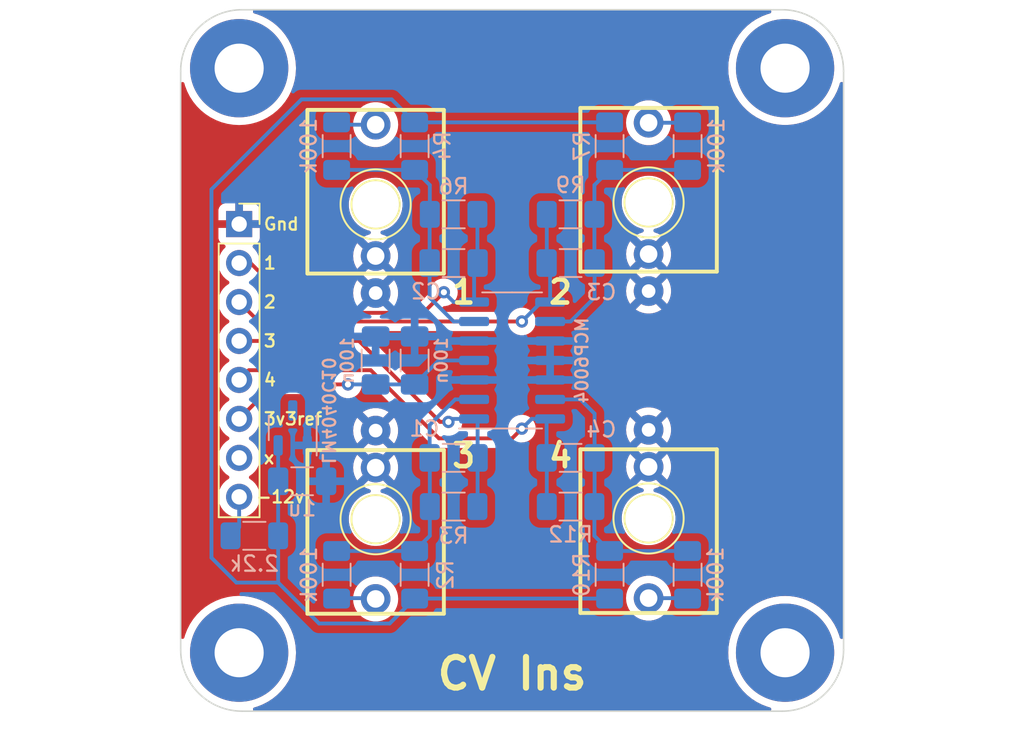
<source format=kicad_pcb>
(kicad_pcb (version 20221018) (generator pcbnew)
  (layers (0 "F.Cu" signal) (31 "B.Cu" signal) (34 "B.Paste" user) (35 "F.Paste" user) (36 "B.SilkS" user "B.Silkscreen") (37 "F.SilkS" user "F.Silkscreen") (38 "B.Mask" user) (39 "F.Mask" user) (44 "Edge.Cuts" user))
  (net 0 "")
  (net 1 "Net-(U1A--)")
  (net 2 "Net-(J1-SIG)")
  (net 3 "AREF_-10")
  (net 4 "GND")
  (net 5 "Net-(U1B--)")
  (net 6 "Net-(U1C--)")
  (net 7 "Net-(U1D--)")
  (net 8 "Net-(J2-SIG)")
  (net 9 "Net-(J3-SIG)")
  (net 10 "Net-(J4-SIG)")
  (net 11 "AREF_3v3")
  (net 12 "CV 1")
  (net 13 "CV 2")
  (net 14 "CV 3")
  (net 15 "CV 4")
  (net 17 "-12v")
  (footprint "MountingHole:MountingHole_3.2mm_M3_Pad_TopBottom" (layer "F.Cu") (at 101.6 33.02)
    (fp_text reference "REF**" hide)
    (fp_text value "MountingHole_3.2mm_M3_Pad_TopBottom")
    (pad "1" thru_hole circle (at 0 0) (size 3.6 3.6) (drill 3.2) (layers "*.Cu" "*.Mask"))
    (pad "1" connect circle (at 0 0) (size 6.4 6.4) (layers "F.Cu" "F.Mask"))
    (pad "1" connect circle (at 0 0) (size 6.4 6.4) (layers "B.Cu" "B.Mask"))
  )
  (footprint "Connector_PinSocket_2.54mm:PinSocket_1x08_P2.54mm_Vertical" (layer "F.Cu") (at 101.6 43.18)
    (fp_text reference "J5" hide)
    (fp_text value "Conn_01x08" hide)
    (fp_line (start -1.33 1.27) (end -1.33 19.11) (stroke (width 0.12)) (layer "F.SilkS"))
    (fp_line (start -1.33 1.27) (end 1.33 1.27) (stroke (width 0.12)) (layer "F.SilkS"))
    (fp_line (start -1.33 19.11) (end 1.33 19.11) (stroke (width 0.12)) (layer "F.SilkS"))
    (fp_line (start 0 -1.33) (end 1.33 -1.33) (stroke (width 0.12)) (layer "F.SilkS"))
    (fp_line (start 1.33 -1.33) (end 1.33 0) (stroke (width 0.12)) (layer "F.SilkS"))
    (fp_line (start 1.33 1.27) (end 1.33 19.11) (stroke (width 0.12)) (layer "F.SilkS"))
    (pad "1" thru_hole rect (at 0 0) (size 1.7 1.7) (drill 1) (layers "*.Cu" "*.Mask") (net 4 "GND"))
    (pad "2" thru_hole oval (at 0 2.54) (size 1.7 1.7) (drill 1) (layers "*.Cu" "*.Mask") (net 12 "CV 1"))
    (pad "3" thru_hole oval (at 0 5.08) (size 1.7 1.7) (drill 1) (layers "*.Cu" "*.Mask") (net 13 "CV 2"))
    (pad "4" thru_hole oval (at 0 7.62) (size 1.7 1.7) (drill 1) (layers "*.Cu" "*.Mask") (net 14 "CV 3"))
    (pad "5" thru_hole oval (at 0 10.16) (size 1.7 1.7) (drill 1) (layers "*.Cu" "*.Mask") (net 15 "CV 4"))
    (pad "6" thru_hole oval (at 0 12.7) (size 1.7 1.7) (drill 1) (layers "*.Cu" "*.Mask") (net 11 "AREF_3v3"))
    (pad "7" thru_hole oval (at 0 15.24) (size 1.7 1.7) (drill 1) (layers "*.Cu" "*.Mask"))
    (pad "8" thru_hole oval (at 0 17.78) (size 1.7 1.7) (drill 1) (layers "*.Cu" "*.Mask") (net 17 "-12v"))
  )
  (footprint "PCM_4ms_Jack:EighthInch_PJ398SM_with_hole" (layer "F.Cu") (at 128.27 41.783 -90)
    (fp_text reference "J3" hide)
    (fp_text value "-5v to 5v in" hide)
    (fp_line (start -6.1722 -4.445) (end -6.1722 4.445) (stroke (width 0.254)) (layer "F.SilkS"))
    (fp_line (start -6.1722 4.445) (end 4.4958 4.445) (stroke (width 0.254)) (layer "F.SilkS"))
    (fp_line (start 4.4958 -4.445) (end -6.1722 -4.445) (stroke (width 0.254)) (layer "F.SilkS"))
    (fp_line (start 4.4958 4.445) (end 4.4958 -4.445) (stroke (width 0.254)) (layer "F.SilkS"))
    (fp_circle (center -0.0127 0) (end 1.5621 0) (stroke (width 0.127)) (fill none) (layer "F.SilkS"))
    (fp_circle (center -0.0127 0) (end 2.2733 0) (stroke (width 0.127)) (fill none) (layer "F.SilkS"))
    (pad "" np_thru_hole circle (at 0 0 270) (size 3 3) (drill 3) (layers "F&B.Cu" "*.Mask"))
    (pad "1" thru_hole circle (at -5.207 0 270) (size 1.9304 1.9304) (drill 1.143) (layers "*.Cu" "*.Mask") (net 9 "Net-(J3-SIG)"))
    (pad "2" thru_hole circle (at 5.7658 0 270) (size 1.9304 1.9304) (drill 0.889) (layers "*.Cu" "*.Mask") (net 4 "GND"))
    (pad "3" thru_hole circle (at 3.3528 0 270) (size 1.9304 1.9304) (drill 1.143) (layers "*.Cu" "*.Mask") (net 4 "GND"))
  )
  (footprint "PCM_4ms_Jack:EighthInch_PJ398SM_with_hole" (layer "F.Cu") (at 110.49 62.4078 90)
    (fp_text reference "J1" hide)
    (fp_text value "-5v to 5v in" hide)
    (fp_line (start -6.1722 -4.445) (end -6.1722 4.445) (stroke (width 0.254)) (layer "F.SilkS"))
    (fp_line (start -6.1722 4.445) (end 4.4958 4.445) (stroke (width 0.254)) (layer "F.SilkS"))
    (fp_line (start 4.4958 -4.445) (end -6.1722 -4.445) (stroke (width 0.254)) (layer "F.SilkS"))
    (fp_line (start 4.4958 4.445) (end 4.4958 -4.445) (stroke (width 0.254)) (layer "F.SilkS"))
    (fp_circle (center -0.0127 0) (end 1.5621 0) (stroke (width 0.127)) (fill none) (layer "F.SilkS"))
    (fp_circle (center -0.0127 0) (end 2.2733 0) (stroke (width 0.127)) (fill none) (layer "F.SilkS"))
    (pad "" np_thru_hole circle (at 0 0 90) (size 3 3) (drill 3) (layers "F&B.Cu" "*.Mask"))
    (pad "1" thru_hole circle (at -5.207 0 90) (size 1.9304 1.9304) (drill 1.143) (layers "*.Cu" "*.Mask") (net 2 "Net-(J1-SIG)"))
    (pad "2" thru_hole circle (at 5.7658 0 90) (size 1.9304 1.9304) (drill 0.889) (layers "*.Cu" "*.Mask") (net 4 "GND"))
    (pad "3" thru_hole circle (at 3.3528 0 90) (size 1.9304 1.9304) (drill 1.143) (layers "*.Cu" "*.Mask") (net 4 "GND"))
  )
  (footprint "MountingHole:MountingHole_3.2mm_M3_Pad_TopBottom" (layer "F.Cu") (at 137.16 33.02)
    (fp_text reference "REF**" hide)
    (fp_text value "MountingHole_3.2mm_M3_Pad_TopBottom")
    (pad "1" thru_hole circle (at 0 0) (size 3.6 3.6) (drill 3.2) (layers "*.Cu" "*.Mask"))
    (pad "1" connect circle (at 0 0) (size 6.4 6.4) (layers "F.Cu" "F.Mask"))
    (pad "1" connect circle (at 0 0) (size 6.4 6.4) (layers "B.Cu" "B.Mask"))
  )
  (footprint "MountingHole:MountingHole_3.2mm_M3_Pad_TopBottom" (layer "F.Cu") (at 101.6 71.12)
    (fp_text reference "REF**" hide)
    (fp_text value "MountingHole_3.2mm_M3_Pad_TopBottom")
    (pad "1" thru_hole circle (at 0 0) (size 3.6 3.6) (drill 3.2) (layers "*.Cu" "*.Mask"))
    (pad "1" connect circle (at 0 0) (size 6.4 6.4) (layers "F.Cu" "F.Mask"))
    (pad "1" connect circle (at 0 0) (size 6.4 6.4) (layers "B.Cu" "B.Mask"))
  )
  (footprint "PCM_4ms_Jack:EighthInch_PJ398SM_with_hole" (layer "F.Cu") (at 128.27 62.357 90)
    (fp_text reference "J4" hide)
    (fp_text value "-5v to 5v in" hide)
    (fp_line (start -6.1722 -4.445) (end -6.1722 4.445) (stroke (width 0.254)) (layer "F.SilkS"))
    (fp_line (start -6.1722 4.445) (end 4.4958 4.445) (stroke (width 0.254)) (layer "F.SilkS"))
    (fp_line (start 4.4958 -4.445) (end -6.1722 -4.445) (stroke (width 0.254)) (layer "F.SilkS"))
    (fp_line (start 4.4958 4.445) (end 4.4958 -4.445) (stroke (width 0.254)) (layer "F.SilkS"))
    (fp_circle (center -0.0127 0) (end 1.5621 0) (stroke (width 0.127)) (fill none) (layer "F.SilkS"))
    (fp_circle (center -0.0127 0) (end 2.2733 0) (stroke (width 0.127)) (fill none) (layer "F.SilkS"))
    (pad "" np_thru_hole circle (at 0 0 90) (size 3 3) (drill 3) (layers "F&B.Cu" "*.Mask"))
    (pad "1" thru_hole circle (at -5.207 0 90) (size 1.9304 1.9304) (drill 1.143) (layers "*.Cu" "*.Mask") (net 10 "Net-(J4-SIG)"))
    (pad "2" thru_hole circle (at 5.7658 0 90) (size 1.9304 1.9304) (drill 0.889) (layers "*.Cu" "*.Mask") (net 4 "GND"))
    (pad "3" thru_hole circle (at 3.3528 0 90) (size 1.9304 1.9304) (drill 1.143) (layers "*.Cu" "*.Mask") (net 4 "GND"))
  )
  (footprint "PCM_4ms_Jack:EighthInch_PJ398SM_with_hole" (layer "F.Cu") (at 110.49 41.91 -90)
    (fp_text reference "J2" hide)
    (fp_text value "-5v to 5v in" hide)
    (fp_line (start -6.1722 -4.445) (end -6.1722 4.445) (stroke (width 0.254)) (layer "F.SilkS"))
    (fp_line (start -6.1722 4.445) (end 4.4958 4.445) (stroke (width 0.254)) (layer "F.SilkS"))
    (fp_line (start 4.4958 -4.445) (end -6.1722 -4.445) (stroke (width 0.254)) (layer "F.SilkS"))
    (fp_line (start 4.4958 4.445) (end 4.4958 -4.445) (stroke (width 0.254)) (layer "F.SilkS"))
    (fp_circle (center -0.0127 0) (end 1.5621 0) (stroke (width 0.127)) (fill none) (layer "F.SilkS"))
    (fp_circle (center -0.0127 0) (end 2.2733 0) (stroke (width 0.127)) (fill none) (layer "F.SilkS"))
    (pad "" np_thru_hole circle (at 0 0 270) (size 3 3) (drill 3) (layers "F&B.Cu" "*.Mask"))
    (pad "1" thru_hole circle (at -5.207 0 270) (size 1.9304 1.9304) (drill 1.143) (layers "*.Cu" "*.Mask") (net 8 "Net-(J2-SIG)"))
    (pad "2" thru_hole circle (at 5.7658 0 270) (size 1.9304 1.9304) (drill 0.889) (layers "*.Cu" "*.Mask") (net 4 "GND"))
    (pad "3" thru_hole circle (at 3.3528 0 270) (size 1.9304 1.9304) (drill 1.143) (layers "*.Cu" "*.Mask") (net 4 "GND"))
  )
  (footprint "MountingHole:MountingHole_3.2mm_M3_Pad_TopBottom" (layer "F.Cu") (at 137.16 71.12)
    (fp_text reference "REF**" hide)
    (fp_text value "MountingHole_3.2mm_M3_Pad_TopBottom")
    (pad "1" thru_hole circle (at 0 0) (size 3.6 3.6) (drill 3.2) (layers "*.Cu" "*.Mask"))
    (pad "1" connect circle (at 0 0) (size 6.4 6.4) (layers "F.Cu" "F.Mask"))
    (pad "1" connect circle (at 0 0) (size 6.4 6.4) (layers "B.Cu" "B.Mask"))
  )
  (footprint "Resistor_SMD:R_1206_3216Metric_Pad1.30x1.75mm_HandSolder" (layer "B.Cu") (at 130.81 66.04 -90)
    (fp_text reference "R11" hide)
    (fp_text value "100k" (at 0 -1.82 90) (layer "B.SilkS") (effects (justify mirror)))
    (fp_line (start -0.727064 -0.91) (end 0.727064 -0.91) (stroke (width 0.12)) (layer "B.SilkS"))
    (fp_line (start -0.727064 0.91) (end 0.727064 0.91) (stroke (width 0.12)) (layer "B.SilkS"))
    (pad "1" smd roundrect (at -1.55 0 270) (size 1.3 1.75) (layers "B.Cu" "B.Paste" "B.Mask") (roundrect_rratio 0.1923076923) (net 7 "Net-(U1D--)"))
    (pad "2" smd roundrect (at 1.55 0 270) (size 1.3 1.75) (layers "B.Cu" "B.Paste" "B.Mask") (roundrect_rratio 0.1923076923) (net 10 "Net-(J4-SIG)"))
  )
  (footprint "Capacitor_SMD:C_1206_3216Metric_Pad1.33x1.80mm_HandSolder" (layer "B.Cu") (at 105.7025 59.944)
    (fp_text reference "C7" hide)
    (fp_text value "1u" (at -0.003591 1.768656) (layer "B.SilkS") (effects (justify mirror)))
    (fp_line (start -0.711252 -0.91) (end 0.711252 -0.91) (stroke (width 0.12)) (layer "B.SilkS"))
    (fp_line (start -0.711252 0.91) (end 0.711252 0.91) (stroke (width 0.12)) (layer "B.SilkS"))
    (pad "1" smd roundrect (at -1.5625 0) (size 1.325 1.8) (layers "B.Cu" "B.Paste" "B.Mask") (roundrect_rratio 0.1886792453) (net 3 "AREF_-10"))
    (pad "2" smd roundrect (at 1.5625 0) (size 1.325 1.8) (layers "B.Cu" "B.Paste" "B.Mask") (roundrect_rratio 0.1886792453) (net 4 "GND"))
  )
  (footprint "Resistor_SMD:R_1206_3216Metric_Pad1.30x1.75mm_HandSolder" (layer "B.Cu") (at 102.59 63.5 180)
    (fp_text reference "R13" hide)
    (fp_text value "2.2k" (at 0 -1.82) (layer "B.SilkS") (effects (justify mirror)))
    (fp_line (start -0.727064 -0.91) (end 0.727064 -0.91) (stroke (width 0.12)) (layer "B.SilkS"))
    (fp_line (start -0.727064 0.91) (end 0.727064 0.91) (stroke (width 0.12)) (layer "B.SilkS"))
    (pad "1" smd roundrect (at -1.55 0 180) (size 1.3 1.75) (layers "B.Cu" "B.Paste" "B.Mask") (roundrect_rratio 0.1923076923) (net 3 "AREF_-10"))
    (pad "2" smd roundrect (at 1.55 0 180) (size 1.3 1.75) (layers "B.Cu" "B.Paste" "B.Mask") (roundrect_rratio 0.1923076923) (net 17 "-12v"))
  )
  (footprint "Resistor_SMD:R_1206_3216Metric_Pad1.30x1.75mm_HandSolder" (layer "B.Cu") (at 123.19 42.545)
    (fp_text reference "R9" (at 0 -1.905) (layer "B.SilkS") (effects (justify mirror)))
    (fp_text value "33k")
    (fp_line (start -0.727064 -0.91) (end 0.727064 -0.91) (stroke (width 0.12)) (layer "B.SilkS"))
    (fp_line (start -0.727064 0.91) (end 0.727064 0.91) (stroke (width 0.12)) (layer "B.SilkS"))
    (pad "1" smd roundrect (at -1.55 0) (size 1.3 1.75) (layers "B.Cu" "B.Paste" "B.Mask") (roundrect_rratio 0.1923076923) (net 13 "CV 2"))
    (pad "2" smd roundrect (at 1.55 0) (size 1.3 1.75) (layers "B.Cu" "B.Paste" "B.Mask") (roundrect_rratio 0.1923076923) (net 6 "Net-(U1C--)"))
  )
  (footprint "Capacitor_SMD:C_1206_3216Metric_Pad1.33x1.80mm_HandSolder" (layer "B.Cu") (at 115.57 58.42)
    (fp_text reference "C1" (at -1.905 -1.905) (layer "B.SilkS") (effects (justify mirror)))
    (fp_text value "1n")
    (fp_line (start -0.711252 -0.91) (end 0.711252 -0.91) (stroke (width 0.12)) (layer "B.SilkS"))
    (fp_line (start -0.711252 0.91) (end 0.711252 0.91) (stroke (width 0.12)) (layer "B.SilkS"))
    (pad "1" smd roundrect (at -1.5625 0) (size 1.325 1.8) (layers "B.Cu" "B.Paste" "B.Mask") (roundrect_rratio 0.1886792453) (net 1 "Net-(U1A--)"))
    (pad "2" smd roundrect (at 1.5625 0) (size 1.325 1.8) (layers "B.Cu" "B.Paste" "B.Mask") (roundrect_rratio 0.1886792453) (net 14 "CV 3"))
  )
  (footprint "Resistor_SMD:R_1206_3216Metric_Pad1.30x1.75mm_HandSolder" (layer "B.Cu") (at 113.03 66.04 -90)
    (fp_text reference "R2" (at 0 -2.0075 -270) (layer "B.SilkS") (effects (justify mirror)))
    (fp_text value "200k")
    (fp_line (start -0.727064 -0.91) (end 0.727064 -0.91) (stroke (width 0.12)) (layer "B.SilkS"))
    (fp_line (start -0.727064 0.91) (end 0.727064 0.91) (stroke (width 0.12)) (layer "B.SilkS"))
    (pad "1" smd roundrect (at -1.55 0 270) (size 1.3 1.75) (layers "B.Cu" "B.Paste" "B.Mask") (roundrect_rratio 0.1923076923) (net 1 "Net-(U1A--)"))
    (pad "2" smd roundrect (at 1.55 0 270) (size 1.3 1.75) (layers "B.Cu" "B.Paste" "B.Mask") (roundrect_rratio 0.1923076923) (net 3 "AREF_-10"))
  )
  (footprint "Package_SO:SOIC-14_3.9x8.7mm_P1.27mm" (layer "B.Cu") (at 119.38 52.07)
    (fp_text reference "U1" hide)
    (fp_text value "MCP6004" (at 4.5475 0 270) (layer "B.SilkS") (effects (font (size 0.8 0.8)) (justify mirror)))
    (fp_line (start 0 -4.435) (end -1.95 -4.435) (stroke (width 0.12)) (layer "B.SilkS"))
    (fp_line (start 0 -4.435) (end 1.95 -4.435) (stroke (width 0.12)) (layer "B.SilkS"))
    (fp_line (start 0 4.435) (end -3.45 4.435) (stroke (width 0.12)) (layer "B.SilkS"))
    (fp_line (start 0 4.435) (end 1.95 4.435) (stroke (width 0.12)) (layer "B.SilkS"))
    (pad "1" smd roundrect (at -2.475 3.81) (size 1.95 0.6) (layers "B.Cu" "B.Paste" "B.Mask") (net 14 "CV 3"))
    (pad "2" smd roundrect (at -2.475 2.54) (size 1.95 0.6) (layers "B.Cu" "B.Paste" "B.Mask") (net 1 "Net-(U1A--)"))
    (pad "3" smd roundrect (at -2.475 1.27) (size 1.95 0.6) (layers "B.Cu" "B.Paste" "B.Mask") (net 4 "GND"))
    (pad "4" smd roundrect (at -2.475 0) (size 1.95 0.6) (layers "B.Cu" "B.Paste" "B.Mask") (net 11 "AREF_3v3"))
    (pad "5" smd roundrect (at -2.475 -1.27) (size 1.95 0.6) (layers "B.Cu" "B.Paste" "B.Mask") (net 4 "GND"))
    (pad "6" smd roundrect (at -2.475 -2.54) (size 1.95 0.6) (layers "B.Cu" "B.Paste" "B.Mask") (net 5 "Net-(U1B--)"))
    (pad "7" smd roundrect (at -2.475 -3.81) (size 1.95 0.6) (layers "B.Cu" "B.Paste" "B.Mask") (net 12 "CV 1"))
    (pad "8" smd roundrect (at 2.475 -3.81) (size 1.95 0.6) (layers "B.Cu" "B.Paste" "B.Mask") (net 13 "CV 2"))
    (pad "9" smd roundrect (at 2.475 -2.54) (size 1.95 0.6) (layers "B.Cu" "B.Paste" "B.Mask") (net 6 "Net-(U1C--)"))
    (pad "10" smd roundrect (at 2.475 -1.27) (size 1.95 0.6) (layers "B.Cu" "B.Paste" "B.Mask") (net 4 "GND"))
    (pad "11" smd roundrect (at 2.475 0) (size 1.95 0.6) (layers "B.Cu" "B.Paste" "B.Mask") (net 4 "GND"))
    (pad "12" smd roundrect (at 2.475 1.27) (size 1.95 0.6) (layers "B.Cu" "B.Paste" "B.Mask") (net 4 "GND"))
    (pad "13" smd roundrect (at 2.475 2.54) (size 1.95 0.6) (layers "B.Cu" "B.Paste" "B.Mask") (net 7 "Net-(U1D--)"))
    (pad "14" smd roundrect (at 2.475 3.81) (size 1.95 0.6) (layers "B.Cu" "B.Paste" "B.Mask") (net 15 "CV 4"))
  )
  (footprint "Resistor_SMD:R_1206_3216Metric_Pad1.30x1.75mm_HandSolder" (layer "B.Cu") (at 107.95 38.1 90)
    (fp_text reference "R5" hide)
    (fp_text value "100k" (at 0 -1.82 90) (layer "B.SilkS") (effects (justify mirror)))
    (fp_line (start -0.727064 -0.91) (end 0.727064 -0.91) (stroke (width 0.12)) (layer "B.SilkS"))
    (fp_line (start -0.727064 0.91) (end 0.727064 0.91) (stroke (width 0.12)) (layer "B.SilkS"))
    (pad "1" smd roundrect (at -1.55 0 90) (size 1.3 1.75) (layers "B.Cu" "B.Paste" "B.Mask") (roundrect_rratio 0.1923076923) (net 5 "Net-(U1B--)"))
    (pad "2" smd roundrect (at 1.55 0 90) (size 1.3 1.75) (layers "B.Cu" "B.Paste" "B.Mask") (roundrect_rratio 0.1923076923) (net 8 "Net-(J2-SIG)"))
  )
  (footprint "Capacitor_SMD:C_1206_3216Metric_Pad1.33x1.80mm_HandSolder" (layer "B.Cu") (at 115.57 45.72)
    (fp_text reference "C2" (at -1.8025 1.85) (layer "B.SilkS") (effects (justify mirror)))
    (fp_text value "1n")
    (fp_line (start -0.711252 -0.91) (end 0.711252 -0.91) (stroke (width 0.12)) (layer "B.SilkS"))
    (fp_line (start -0.711252 0.91) (end 0.711252 0.91) (stroke (width 0.12)) (layer "B.SilkS"))
    (pad "1" smd roundrect (at -1.5625 0) (size 1.325 1.8) (layers "B.Cu" "B.Paste" "B.Mask") (roundrect_rratio 0.1886792453) (net 5 "Net-(U1B--)"))
    (pad "2" smd roundrect (at 1.5625 0) (size 1.325 1.8) (layers "B.Cu" "B.Paste" "B.Mask") (roundrect_rratio 0.1886792453) (net 12 "CV 1"))
  )
  (footprint "Capacitor_SMD:C_1206_3216Metric_Pad1.33x1.80mm_HandSolder" (layer "B.Cu") (at 110.49 52.07 90)
    (fp_text reference "C6" hide)
    (fp_text value "100n" (at 0 -1.85 90) (layer "B.SilkS") (effects (font (size 0.8 0.8)) (justify mirror)))
    (fp_line (start -0.711252 -0.91) (end 0.711252 -0.91) (stroke (width 0.12)) (layer "B.SilkS"))
    (fp_line (start -0.711252 0.91) (end 0.711252 0.91) (stroke (width 0.12)) (layer "B.SilkS"))
    (pad "1" smd roundrect (at -1.5625 0 90) (size 1.325 1.8) (layers "B.Cu" "B.Paste" "B.Mask") (roundrect_rratio 0.1886792453) (net 11 "AREF_3v3"))
    (pad "2" smd roundrect (at 1.5625 0 90) (size 1.325 1.8) (layers "B.Cu" "B.Paste" "B.Mask") (roundrect_rratio 0.1886792453) (net 4 "GND"))
  )
  (footprint "Resistor_SMD:R_1206_3216Metric_Pad1.30x1.75mm_HandSolder" (layer "B.Cu") (at 125.73 38.1 90)
    (fp_text reference "R7" (at 0 -1.8025 90) (layer "B.SilkS") (effects (justify mirror)))
    (fp_text value "200k")
    (fp_line (start -0.727064 -0.91) (end 0.727064 -0.91) (stroke (width 0.12)) (layer "B.SilkS"))
    (fp_line (start -0.727064 0.91) (end 0.727064 0.91) (stroke (width 0.12)) (layer "B.SilkS"))
    (pad "1" smd roundrect (at -1.55 0 90) (size 1.3 1.75) (layers "B.Cu" "B.Paste" "B.Mask") (roundrect_rratio 0.1923076923) (net 6 "Net-(U1C--)"))
    (pad "2" smd roundrect (at 1.55 0 90) (size 1.3 1.75) (layers "B.Cu" "B.Paste" "B.Mask") (roundrect_rratio 0.1923076923) (net 3 "AREF_-10"))
  )
  (footprint "Capacitor_SMD:C_1206_3216Metric_Pad1.33x1.80mm_HandSolder" (layer "B.Cu") (at 123.19 58.42 180)
    (fp_text reference "C4" (at -2.0075 1.85) (layer "B.SilkS") (effects (justify mirror)))
    (fp_text value "1n")
    (fp_line (start -0.711252 -0.91) (end 0.711252 -0.91) (stroke (width 0.12)) (layer "B.SilkS"))
    (fp_line (start -0.711252 0.91) (end 0.711252 0.91) (stroke (width 0.12)) (layer "B.SilkS"))
    (pad "1" smd roundrect (at -1.5625 0 180) (size 1.325 1.8) (layers "B.Cu" "B.Paste" "B.Mask") (roundrect_rratio 0.1886792453) (net 7 "Net-(U1D--)"))
    (pad "2" smd roundrect (at 1.5625 0 180) (size 1.325 1.8) (layers "B.Cu" "B.Paste" "B.Mask") (roundrect_rratio 0.1886792453) (net 15 "CV 4"))
  )
  (footprint "Capacitor_SMD:C_1206_3216Metric_Pad1.33x1.80mm_HandSolder" (layer "B.Cu") (at 123.19 45.72 180)
    (fp_text reference "C3" (at -2.0075 -1.905) (layer "B.SilkS") (effects (justify mirror)))
    (fp_text value "1n")
    (fp_line (start -0.711252 -0.91) (end 0.711252 -0.91) (stroke (width 0.12)) (layer "B.SilkS"))
    (fp_line (start -0.711252 0.91) (end 0.711252 0.91) (stroke (width 0.12)) (layer "B.SilkS"))
    (pad "1" smd roundrect (at -1.5625 0 180) (size 1.325 1.8) (layers "B.Cu" "B.Paste" "B.Mask") (roundrect_rratio 0.1886792453) (net 6 "Net-(U1C--)"))
    (pad "2" smd roundrect (at 1.5625 0 180) (size 1.325 1.8) (layers "B.Cu" "B.Paste" "B.Mask") (roundrect_rratio 0.1886792453) (net 13 "CV 2"))
  )
  (footprint "Resistor_SMD:R_1206_3216Metric_Pad1.30x1.75mm_HandSolder" (layer "B.Cu") (at 123.19 61.595)
    (fp_text reference "R12" (at 0 1.82) (layer "B.SilkS") (effects (justify mirror)))
    (fp_text value "33k")
    (fp_line (start -0.727064 -0.91) (end 0.727064 -0.91) (stroke (width 0.12)) (layer "B.SilkS"))
    (fp_line (start -0.727064 0.91) (end 0.727064 0.91) (stroke (width 0.12)) (layer "B.SilkS"))
    (pad "1" smd roundrect (at -1.55 0) (size 1.3 1.75) (layers "B.Cu" "B.Paste" "B.Mask") (roundrect_rratio 0.1923076923) (net 15 "CV 4"))
    (pad "2" smd roundrect (at 1.55 0) (size 1.3 1.75) (layers "B.Cu" "B.Paste" "B.Mask") (roundrect_rratio 0.1923076923) (net 7 "Net-(U1D--)"))
  )
  (footprint "Resistor_SMD:R_1206_3216Metric_Pad1.30x1.75mm_HandSolder" (layer "B.Cu") (at 107.95 66.04 -90)
    (fp_text reference "R1" hide)
    (fp_text value "100k" (at 0 1.8025 90) (layer "B.SilkS") (effects (justify mirror)))
    (fp_line (start -0.727064 -0.91) (end 0.727064 -0.91) (stroke (width 0.12)) (layer "B.SilkS"))
    (fp_line (start -0.727064 0.91) (end 0.727064 0.91) (stroke (width 0.12)) (layer "B.SilkS"))
    (pad "1" smd roundrect (at -1.55 0 270) (size 1.3 1.75) (layers "B.Cu" "B.Paste" "B.Mask") (roundrect_rratio 0.1923076923) (net 1 "Net-(U1A--)"))
    (pad "2" smd roundrect (at 1.55 0 270) (size 1.3 1.75) (layers "B.Cu" "B.Paste" "B.Mask") (roundrect_rratio 0.1923076923) (net 2 "Net-(J1-SIG)"))
  )
  (footprint "Resistor_SMD:R_1206_3216Metric_Pad1.30x1.75mm_HandSolder" (layer "B.Cu") (at 130.81 38.1 90)
    (fp_text reference "R8" hide)
    (fp_text value "100k" (at 0 1.879 90) (layer "B.SilkS") (effects (justify mirror)))
    (fp_line (start -0.727064 -0.91) (end 0.727064 -0.91) (stroke (width 0.12)) (layer "B.SilkS"))
    (fp_line (start -0.727064 0.91) (end 0.727064 0.91) (stroke (width 0.12)) (layer "B.SilkS"))
    (pad "1" smd roundrect (at -1.55 0 90) (size 1.3 1.75) (layers "B.Cu" "B.Paste" "B.Mask") (roundrect_rratio 0.1923076923) (net 6 "Net-(U1C--)"))
    (pad "2" smd roundrect (at 1.55 0 90) (size 1.3 1.75) (layers "B.Cu" "B.Paste" "B.Mask") (roundrect_rratio 0.1923076923) (net 9 "Net-(J3-SIG)"))
  )
  (footprint "Package_TO_SOT_SMD:SOT-23-3" (layer "B.Cu") (at 105.09 56.4665 90)
    (fp_text reference "U2" hide)
    (fp_text value "LM4040C10IDBZR" hide)
    (fp_line (start 0 -1.56) (end -0.8 -1.56) (stroke (width 0.12)) (layer "B.SilkS"))
    (fp_line (start 0 -1.56) (end 0.8 -1.56) (stroke (width 0.12)) (layer "B.SilkS"))
    (fp_line (start 0 1.56) (end -1.8 1.56) (stroke (width 0.12)) (layer "B.SilkS"))
    (fp_line (start 0 1.56) (end 0.8 1.56) (stroke (width 0.12)) (layer "B.SilkS"))
    (pad "1" smd roundrect (at -1.1375 0.95 90) (size 1.325 0.6) (layers "B.Cu" "B.Paste" "B.Mask") (net 4 "GND"))
    (pad "2" smd roundrect (at -1.1375 -0.95 90) (size 1.325 0.6) (layers "B.Cu" "B.Paste" "B.Mask") (net 3 "AREF_-10"))
    (pad "3" smd roundrect (at 1.1375 0 90) (size 1.325 0.6) (layers "B.Cu" "B.Paste" "B.Mask"))
  )
  (footprint "Resistor_SMD:R_1206_3216Metric_Pad1.30x1.75mm_HandSolder" (layer "B.Cu") (at 113.03 38.1 90)
    (fp_text reference "R4" (at 0 1.82 90) (layer "B.SilkS") (effects (justify mirror)))
    (fp_text value "200k")
    (fp_line (start -0.727064 -0.91) (end 0.727064 -0.91) (stroke (width 0.12)) (layer "B.SilkS"))
    (fp_line (start -0.727064 0.91) (end 0.727064 0.91) (stroke (width 0.12)) (layer "B.SilkS"))
    (pad "1" smd roundrect (at -1.55 0 90) (size 1.3 1.75) (layers "B.Cu" "B.Paste" "B.Mask") (roundrect_rratio 0.1923076923) (net 5 "Net-(U1B--)"))
    (pad "2" smd roundrect (at 1.55 0 90) (size 1.3 1.75) (layers "B.Cu" "B.Paste" "B.Mask") (roundrect_rratio 0.1923076923) (net 3 "AREF_-10"))
  )
  (footprint "Resistor_SMD:R_1206_3216Metric_Pad1.30x1.75mm_HandSolder" (layer "B.Cu") (at 125.73 66.04 -90)
    (fp_text reference "R10" (at 0 1.82 -270) (layer "B.SilkS") (effects (justify mirror)))
    (fp_text value "200k")
    (fp_line (start -0.727064 -0.91) (end 0.727064 -0.91) (stroke (width 0.12)) (layer "B.SilkS"))
    (fp_line (start -0.727064 0.91) (end 0.727064 0.91) (stroke (width 0.12)) (layer "B.SilkS"))
    (pad "1" smd roundrect (at -1.55 0 270) (size 1.3 1.75) (layers "B.Cu" "B.Paste" "B.Mask") (roundrect_rratio 0.1923076923) (net 7 "Net-(U1D--)"))
    (pad "2" smd roundrect (at 1.55 0 270) (size 1.3 1.75) (layers "B.Cu" "B.Paste" "B.Mask") (roundrect_rratio 0.1923076923) (net 3 "AREF_-10"))
  )
  (footprint "Capacitor_SMD:C_1206_3216Metric_Pad1.33x1.80mm_HandSolder" (layer "B.Cu") (at 113.03 52.07 90)
    (fp_text reference "C5" hide)
    (fp_text value "100n" (at -0.007458 1.736181 90) (layer "B.SilkS") (effects (font (size 0.8 0.8)) (justify mirror)))
    (fp_line (start -0.711252 -0.91) (end 0.711252 -0.91) (stroke (width 0.12)) (layer "B.SilkS"))
    (fp_line (start -0.711252 0.91) (end 0.711252 0.91) (stroke (width 0.12)) (layer "B.SilkS"))
    (pad "1" smd roundrect (at -1.5625 0 90) (size 1.325 1.8) (layers "B.Cu" "B.Paste" "B.Mask") (roundrect_rratio 0.1886792453) (net 11 "AREF_3v3"))
    (pad "2" smd roundrect (at 1.5625 0 90) (size 1.325 1.8) (layers "B.Cu" "B.Paste" "B.Mask") (roundrect_rratio 0.1886792453) (net 4 "GND"))
  )
  (footprint "Resistor_SMD:R_1206_3216Metric_Pad1.30x1.75mm_HandSolder" (layer "B.Cu") (at 115.57 42.545 180)
    (fp_text reference "R6" (at 0 1.82) (layer "B.SilkS") (effects (justify mirror)))
    (fp_text value "33k")
    (fp_line (start -0.727064 -0.91) (end 0.727064 -0.91) (stroke (width 0.12)) (layer "B.SilkS"))
    (fp_line (start -0.727064 0.91) (end 0.727064 0.91) (stroke (width 0.12)) (layer "B.SilkS"))
    (pad "1" smd roundrect (at -1.55 0 180) (size 1.3 1.75) (layers "B.Cu" "B.Paste" "B.Mask") (roundrect_rratio 0.1923076923) (net 12 "CV 1"))
    (pad "2" smd roundrect (at 1.55 0 180) (size 1.3 1.75) (layers "B.Cu" "B.Paste" "B.Mask") (roundrect_rratio 0.1923076923) (net 5 "Net-(U1B--)"))
  )
  (footprint "Resistor_SMD:R_1206_3216Metric_Pad1.30x1.75mm_HandSolder" (layer "B.Cu") (at 115.57 61.595 180)
    (fp_text reference "R3" (at 0 -1.905) (layer "B.SilkS") (effects (justify mirror)))
    (fp_text value "33k")
    (fp_line (start -0.727064 -0.91) (end 0.727064 -0.91) (stroke (width 0.12)) (layer "B.SilkS"))
    (fp_line (start -0.727064 0.91) (end 0.727064 0.91) (stroke (width 0.12)) (layer "B.SilkS"))
    (pad "1" smd roundrect (at -1.55 0 180) (size 1.3 1.75) (layers "B.Cu" "B.Paste" "B.Mask") (roundrect_rratio 0.1923076923) (net 14 "CV 3"))
    (pad "2" smd roundrect (at 1.55 0 180) (size 1.3 1.75) (layers "B.Cu" "B.Paste" "B.Mask") (roundrect_rratio 0.1923076923) (net 1 "Net-(U1A--)"))
  )
  (gr_line (start 101.79 29.21) (end 136.97 29.21) (stroke (width 0.1)) (layer "Edge.Cuts"))
  (gr_line (start 140.97 33.21) (end 140.97 70.93) (stroke (width 0.1)) (layer "Edge.Cuts"))
  (gr_arc (start 97.79 33.21) (mid 98.961573 30.381573) (end 101.79 29.21) (stroke (width 0.1)) (layer "Edge.Cuts"))
  (gr_arc (start 140.97 70.93) (mid 139.798427 73.758427) (end 136.97 74.93) (stroke (width 0.1)) (layer "Edge.Cuts"))
  (gr_line (start 136.97 74.93) (end 101.79 74.93) (stroke (width 0.1)) (layer "Edge.Cuts"))
  (gr_line (start 97.79 70.93) (end 97.79 33.21) (stroke (width 0.1)) (layer "Edge.Cuts"))
  (gr_arc (start 101.79 74.93) (mid 98.961573 73.758427) (end 97.79 70.93) (stroke (width 0.1)) (layer "Edge.Cuts"))
  (gr_arc (start 136.97 29.21) (mid 139.798427 30.381573) (end 140.97 33.21) (stroke (width 0.1)) (layer "Edge.Cuts"))
  (gr_text "LM4040C10" (at 107.413704 55.339151 -90) (layer "B.SilkS") (effects (font (size 0.8 0.8)) (justify mirror)))
  (gr_text "Gnd" (at 103.124 43.18) (layer "F.SilkS") (effects (font (size 0.8 0.8)) (justify left)))
  (gr_text "CV Ins" (at 119.38 73.66) (layer "F.SilkS") (effects (font (size 2 2) (thickness 0.4) bold) (justify bottom)))
  (gr_text "-12v" (at 102.616 60.96) (layer "F.SilkS") (effects (font (size 0.8 0.8)) (justify left)))
  (gr_text "4" (at 103.124 53.34) (layer "F.SilkS") (effects (font (size 0.8 0.8)) (justify left)))
  (gr_text "x" (at 103.124 58.42) (layer "F.SilkS") (effects (font (size 0.8 0.8)) (justify left)))
  (gr_text "2" (at 123.444 46.736) (layer "F.SilkS") (effects (font (size 1.5 1.5) (thickness 0.3)) (justify right top)))
  (gr_text "4" (at 123.444 57.404) (layer "F.SilkS") (effects (font (size 1.5 1.5) (thickness 0.3)) (justify right top)))
  (gr_text "3v3ref" (at 103.124 55.88) (layer "F.SilkS") (effects (font (size 0.8 0.8)) (justify left)))
  (gr_text "2" (at 103.124 48.26) (layer "F.SilkS") (effects (font (size 0.8 0.8)) (justify left)))
  (gr_text "1" (at 115.316 46.736) (layer "F.SilkS") (effects (font (size 1.5 1.5) (thickness 0.3)) (justify left top)))
  (gr_text "3" (at 103.124 50.8) (layer "F.SilkS") (effects (font (size 0.8 0.8)) (justify left)))
  (gr_text "3" (at 115.316 57.404) (layer "F.SilkS") (effects (font (size 1.5 1.5) (thickness 0.3)) (justify left top)))
  (gr_text "1" (at 103.124 45.72) (layer "F.SilkS") (effects (font (size 0.8 0.8)) (justify left)))
  (segment (start 114.0075 56.275) (end 115.6725 54.61) (width 0.25) (layer "B.Cu") (net 1))
  (segment (start 114.02 61.595) (end 114.02 58.4325) (width 0.25) (layer "B.Cu") (net 1))
  (segment (start 115.6725 54.61) (end 116.905 54.61) (width 0.25) (layer "B.Cu") (net 1))
  (segment (start 107.95 64.49) (end 113.03 64.49) (width 0.25) (layer "B.Cu") (net 1))
  (segment (start 113.03 64.49) (end 114.02 63.5) (width 0.25) (layer "B.Cu") (net 1))
  (segment (start 114.02 58.4325) (end 114.0075 58.42) (width 0.25) (layer "B.Cu") (net 1))
  (segment (start 114.02 63.5) (end 114.02 61.595) (width 0.25) (layer "B.Cu") (net 1))
  (segment (start 114.0075 58.42) (end 114.0075 56.275) (width 0.25) (layer "B.Cu") (net 1))
  (segment (start 107.976 67.564) (end 110.49 67.564) (width 0.25) (layer "B.Cu") (net 2))
  (segment (start 107.95 67.59) (end 107.976 67.564) (width 0.25) (layer "B.Cu") (net 2))
  (segment (start 111.532 35.052) (end 113.03 36.55) (width 0.25) (layer "B.Cu") (net 3))
  (segment (start 106.807 69.215) (end 104.648 67.056) (width 0.25) (layer "B.Cu") (net 3))
  (segment (start 113.03 67.59) (end 111.405 69.215) (width 0.25) (layer "B.Cu") (net 3))
  (segment (start 99.7975 40.9185) (end 105.664 35.052) (width 0.25) (layer "B.Cu") (net 3))
  (segment (start 111.405 69.215) (end 106.807 69.215) (width 0.25) (layer "B.Cu") (net 3))
  (segment (start 104.14 66.548) (end 101.416914 66.548) (width 0.25) (layer "B.Cu") (net 3))
  (segment (start 104.14 66.548) (end 104.648 67.056) (width 0.25) (layer "B.Cu") (net 3))
  (segment (start 105.664 35.052) (end 111.532 35.052) (width 0.25) (layer "B.Cu") (net 3))
  (segment (start 101.416914 66.548) (end 99.7975 64.928586) (width 0.25) (layer "B.Cu") (net 3))
  (segment (start 113.03 36.55) (end 125.73 36.55) (width 0.25) (layer "B.Cu") (net 3))
  (segment (start 99.7975 64.928586) (end 99.7975 40.9185) (width 0.25) (layer "B.Cu") (net 3))
  (segment (start 104.14 57.604) (end 104.14 66.548) (width 0.25) (layer "B.Cu") (net 3))
  (segment (start 113.03 67.59) (end 125.73 67.59) (width 0.25) (layer "B.Cu") (net 3))
  (segment (start 115.57 49.53) (end 114.0075 47.9675) (width 0.25) (layer "B.Cu") (net 5))
  (segment (start 114.02 40.64) (end 113.03 39.65) (width 0.25) (layer "B.Cu") (net 5))
  (segment (start 113.03 39.65) (end 107.95 39.65) (width 0.25) (layer "B.Cu") (net 5))
  (segment (start 116.905 49.53) (end 115.57 49.53) (width 0.25) (layer "B.Cu") (net 5))
  (segment (start 114.0075 47.9675) (end 114.0075 45.72) (width 0.25) (layer "B.Cu") (net 5))
  (segment (start 114.0075 42.5575) (end 114.0075 45.72) (width 0.25) (layer "B.Cu") (net 5))
  (segment (start 114.02 42.545) (end 114.0075 42.5575) (width 0.25) (layer "B.Cu") (net 5))
  (segment (start 114.02 42.545) (end 114.02 40.64) (width 0.25) (layer "B.Cu") (net 5))
  (segment (start 124.7525 45.72) (end 124.7525 47.9675) (width 0.25) (layer "B.Cu") (net 6))
  (segment (start 124.74 40.64) (end 124.74 42.545) (width 0.25) (layer "B.Cu") (net 6))
  (segment (start 130.81 39.65) (end 125.73 39.65) (width 0.25) (layer "B.Cu") (net 6))
  (segment (start 124.74 45.7075) (end 124.7525 45.72) (width 0.25) (layer "B.Cu") (net 6))
  (segment (start 125.73 39.65) (end 124.74 40.64) (width 0.25) (layer "B.Cu") (net 6))
  (segment (start 123.19 49.53) (end 121.855 49.53) (width 0.25) (layer "B.Cu") (net 6))
  (segment (start 124.74 42.545) (end 124.74 45.7075) (width 0.25) (layer "B.Cu") (net 6))
  (segment (start 124.7525 47.9675) (end 123.19 49.53) (width 0.25) (layer "B.Cu") (net 6))
  (segment (start 123.825 54.61) (end 124.7525 55.5375) (width 0.25) (layer "B.Cu") (net 7))
  (segment (start 124.74 63.5) (end 125.73 64.49) (width 0.25) (layer "B.Cu") (net 7))
  (segment (start 121.855 54.61) (end 123.825 54.61) (width 0.25) (layer "B.Cu") (net 7))
  (segment (start 124.7525 61.5825) (end 124.74 61.595) (width 0.25) (layer "B.Cu") (net 7))
  (segment (start 124.74 61.595) (end 124.74 63.5) (width 0.25) (layer "B.Cu") (net 7))
  (segment (start 124.7525 58.42) (end 124.7525 61.5825) (width 0.25) (layer "B.Cu") (net 7))
  (segment (start 125.73 64.49) (end 130.81 64.49) (width 0.25) (layer "B.Cu") (net 7))
  (segment (start 124.7525 55.5375) (end 124.7525 58.42) (width 0.25) (layer "B.Cu") (net 7))
  (segment (start 107.95 36.55) (end 108.103 36.703) (width 0.25) (layer "B.Cu") (net 8))
  (segment (start 108.103 36.703) (end 110.49 36.703) (width 0.25) (layer "B.Cu") (net 8))
  (segment (start 130.81 36.55) (end 130.784 36.576) (width 0.25) (layer "B.Cu") (net 9))
  (segment (start 130.784 36.576) (end 128.27 36.576) (width 0.25) (layer "B.Cu") (net 9))
  (segment (start 130.81 67.59) (end 130.784 67.564) (width 0.25) (layer "B.Cu") (net 10))
  (segment (start 130.784 67.564) (end 128.27 67.564) (width 0.25) (layer "B.Cu") (net 10))
  (segment (start 108.6875 53.6325) (end 103.8475 53.6325) (width 0.25) (layer "F.Cu") (net 11))
  (segment (start 103.8475 53.6325) (end 101.6 55.88) (width 0.25) (layer "F.Cu") (net 11))
  (via (at 108.6875 53.6325) (size 0.8) (drill 0.4) (layers "F.Cu" "B.Cu") (net 11))
  (segment (start 113.03 53.6325) (end 110.49 53.6325) (width 0.25) (layer "B.Cu") (net 11))
  (segment (start 116.905 52.07) (end 114.5925 52.07) (width 0.25) (layer "B.Cu") (net 11))
  (segment (start 108.6875 53.6325) (end 110.49 53.6325) (width 0.25) (layer "B.Cu") (net 11))
  (segment (start 114.5925 52.07) (end 113.03 53.6325) (width 0.25) (layer "B.Cu") (net 11))
  (segment (start 105.5835 48.966) (end 102.3375 45.72) (width 0.25) (layer "F.Cu") (net 12))
  (segment (start 102.3375 45.72) (end 101.6 45.72) (width 0.25) (layer "F.Cu") (net 12))
  (segment (start 114.935 47.625) (end 113.594 48.966) (width 0.25) (layer "F.Cu") (net 12))
  (segment (start 113.594 48.966) (end 105.5835 48.966) (width 0.25) (layer "F.Cu") (net 12))
  (via (at 114.935 47.625) (size 0.8) (drill 0.4) (layers "F.Cu" "B.Cu") (net 12))
  (segment (start 115.57 48.26) (end 114.935 47.625) (width 0.25) (layer "B.Cu") (net 12))
  (segment (start 116.905 48.26) (end 115.57 48.26) (width 0.25) (layer "B.Cu") (net 12))
  (segment (start 117.12 45.7075) (end 117.12 42.545) (width 0.25) (layer "B.Cu") (net 12))
  (segment (start 117.1325 45.72) (end 117.12 45.7075) (width 0.25) (layer "B.Cu") (net 12))
  (segment (start 116.905 45.9475) (end 117.1325 45.72) (width 0.25) (layer "B.Cu") (net 12))
  (segment (start 116.905 48.26) (end 116.905 45.9475) (width 0.25) (layer "B.Cu") (net 12))
  (segment (start 102.87 49.53) (end 101.6 48.26) (width 0.25) (layer "F.Cu") (net 13))
  (segment (start 120.015 49.53) (end 102.87 49.53) (width 0.25) (layer "F.Cu") (net 13))
  (via (at 120.015 49.53) (size 0.8) (drill 0.4) (layers "F.Cu" "B.Cu") (net 13))
  (segment (start 121.855 48.26) (end 121.855 45.9475) (width 0.25) (layer "B.Cu") (net 13))
  (segment (start 121.285 48.26) (end 121.855 48.26) (width 0.25) (layer "B.Cu") (net 13))
  (segment (start 121.64 42.545) (end 121.64 45.7075) (width 0.25) (layer "B.Cu") (net 13))
  (segment (start 121.855 45.9475) (end 121.6275 45.72) (width 0.25) (layer "B.Cu") (net 13))
  (segment (start 121.64 45.7075) (end 121.6275 45.72) (width 0.25) (layer "B.Cu") (net 13))
  (segment (start 120.015 49.53) (end 121.285 48.26) (width 0.25) (layer "B.Cu") (net 13))
  (segment (start 114.686799 56.074799) (end 109.412 50.8) (width 0.25) (layer "F.Cu") (net 14))
  (segment (start 109.412 50.8) (end 101.6 50.8) (width 0.25) (layer "F.Cu") (net 14))
  (segment (start 115.232299 56.074799) (end 114.686799 56.074799) (width 0.25) (layer "F.Cu") (net 14))
  (via (at 115.232299 56.074799) (size 0.8) (drill 0.4) (layers "F.Cu" "B.Cu") (net 14))
  (segment (start 116.905 55.88) (end 117.1325 56.1075) (width 0.25) (layer "B.Cu") (net 14))
  (segment (start 115.232299 56.074799) (end 115.427098 55.88) (width 0.25) (layer "B.Cu") (net 14))
  (segment (start 115.427098 55.88) (end 116.905 55.88) (width 0.25) (layer "B.Cu") (net 14))
  (segment (start 117.1325 61.5825) (end 117.12 61.595) (width 0.25) (layer "B.Cu") (net 14))
  (segment (start 117.1325 56.1075) (end 117.1325 58.42) (width 0.25) (layer "B.Cu") (net 14))
  (segment (start 117.1325 58.42) (end 117.1325 61.5825) (width 0.25) (layer "B.Cu") (net 14))
  (segment (start 110.1725 52.705) (end 102.235 52.705) (width 0.25) (layer "F.Cu") (net 15))
  (segment (start 119.38 57.15) (end 114.6175 57.15) (width 0.25) (layer "F.Cu") (net 15))
  (segment (start 120.015 56.515) (end 119.38 57.15) (width 0.25) (layer "F.Cu") (net 15))
  (segment (start 102.235 52.705) (end 101.6 53.34) (width 0.25) (layer "F.Cu") (net 15))
  (segment (start 114.6175 57.15) (end 110.1725 52.705) (width 0.25) (layer "F.Cu") (net 15))
  (via (at 120.015 56.515) (size 0.8) (drill 0.4) (layers "F.Cu" "B.Cu") (net 15))
  (segment (start 121.64 61.595) (end 121.64 58.4325) (width 0.25) (layer "B.Cu") (net 15))
  (segment (start 121.6275 58.42) (end 121.6275 56.1075) (width 0.25) (layer "B.Cu") (net 15))
  (segment (start 120.65 55.88) (end 121.855 55.88) (width 0.25) (layer "B.Cu") (net 15))
  (segment (start 121.6275 56.1075) (end 121.855 55.88) (width 0.25) (layer "B.Cu") (net 15))
  (segment (start 121.64 58.4325) (end 121.6275 58.42) (width 0.25) (layer "B.Cu") (net 15))
  (segment (start 120.015 56.515) (end 120.65 55.88) (width 0.25) (layer "B.Cu") (net 15))
  (segment (start 101.6 62.94) (end 101.6 60.96) (width 0.25) (layer "B.Cu") (net 17))
  (segment (start 101.04 63.5) (end 101.6 62.94) (width 0.25) (layer "B.Cu") (net 17))
  (zone (net 4) (net_name "GND") (layers "F&B.Cu") (connect_pads (clearance 0.5)) (min_thickness 0.25) (fill yes (thermal_gap 0.5) (thermal_bridge_width 0.5))
    (polygon (pts (xy 97.155 75.565) (xy 97.155 28.575) (xy 141.605 28.575) (xy 141.605 75.565)))
  )
)
</source>
